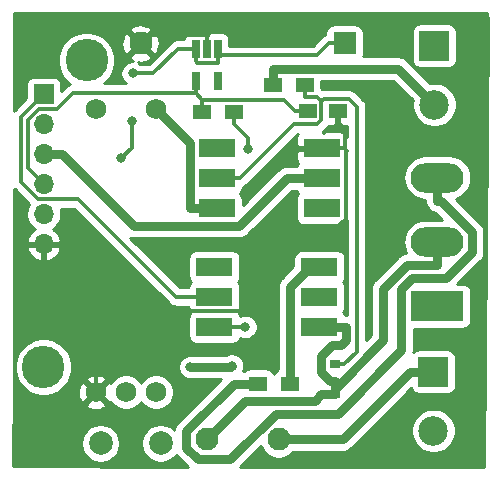
<source format=gbl>
G04 #@! TF.GenerationSoftware,KiCad,Pcbnew,5.1.7-a382d34a8~88~ubuntu18.04.1*
G04 #@! TF.CreationDate,2021-08-20T00:55:45+05:30*
G04 #@! TF.ProjectId,BackEnd_HeavyDevice_v4,4261636b-456e-4645-9f48-656176794465,rev?*
G04 #@! TF.SameCoordinates,Original*
G04 #@! TF.FileFunction,Copper,L2,Bot*
G04 #@! TF.FilePolarity,Positive*
%FSLAX46Y46*%
G04 Gerber Fmt 4.6, Leading zero omitted, Abs format (unit mm)*
G04 Created by KiCad (PCBNEW 5.1.7-a382d34a8~88~ubuntu18.04.1) date 2021-08-20 00:55:45*
%MOMM*%
%LPD*%
G01*
G04 APERTURE LIST*
G04 #@! TA.AperFunction,ComponentPad*
%ADD10C,3.600000*%
G04 #@! TD*
G04 #@! TA.AperFunction,ComponentPad*
%ADD11C,1.750000*%
G04 #@! TD*
G04 #@! TA.AperFunction,ComponentPad*
%ADD12R,4.500000X2.500000*%
G04 #@! TD*
G04 #@! TA.AperFunction,ComponentPad*
%ADD13O,4.500000X2.500000*%
G04 #@! TD*
G04 #@! TA.AperFunction,ComponentPad*
%ADD14C,2.000000*%
G04 #@! TD*
G04 #@! TA.AperFunction,ComponentPad*
%ADD15R,2.500000X2.500000*%
G04 #@! TD*
G04 #@! TA.AperFunction,ComponentPad*
%ADD16C,2.500000*%
G04 #@! TD*
G04 #@! TA.AperFunction,SMDPad,CuDef*
%ADD17R,0.900000X0.800000*%
G04 #@! TD*
G04 #@! TA.AperFunction,ComponentPad*
%ADD18C,1.950000*%
G04 #@! TD*
G04 #@! TA.AperFunction,ComponentPad*
%ADD19R,1.950000X1.950000*%
G04 #@! TD*
G04 #@! TA.AperFunction,SMDPad,CuDef*
%ADD20R,1.500000X1.250000*%
G04 #@! TD*
G04 #@! TA.AperFunction,SMDPad,CuDef*
%ADD21R,1.500000X1.300000*%
G04 #@! TD*
G04 #@! TA.AperFunction,SMDPad,CuDef*
%ADD22R,3.100000X1.600000*%
G04 #@! TD*
G04 #@! TA.AperFunction,SMDPad,CuDef*
%ADD23R,0.650000X1.560000*%
G04 #@! TD*
G04 #@! TA.AperFunction,ComponentPad*
%ADD24R,1.700000X1.700000*%
G04 #@! TD*
G04 #@! TA.AperFunction,ComponentPad*
%ADD25O,1.700000X1.700000*%
G04 #@! TD*
G04 #@! TA.AperFunction,ViaPad*
%ADD26C,0.800000*%
G04 #@! TD*
G04 #@! TA.AperFunction,Conductor*
%ADD27C,0.350000*%
G04 #@! TD*
G04 #@! TA.AperFunction,Conductor*
%ADD28C,0.800000*%
G04 #@! TD*
G04 #@! TA.AperFunction,Conductor*
%ADD29C,0.254000*%
G04 #@! TD*
G04 #@! TA.AperFunction,Conductor*
%ADD30C,0.100000*%
G04 #@! TD*
G04 APERTURE END LIST*
D10*
X117137000Y-101089000D03*
X113481760Y-127063520D03*
D11*
X117922000Y-129195000D03*
X123002000Y-129195000D03*
X120462000Y-129195000D03*
X117922000Y-105195000D03*
X123002000Y-105195000D03*
D12*
X146827000Y-121917000D03*
D13*
X146827000Y-116467000D03*
X146827000Y-111017000D03*
D14*
X118316000Y-133530000D03*
X123396000Y-133520000D03*
D15*
X146576000Y-99860100D03*
D16*
X146576000Y-104860100D03*
D15*
X146497000Y-127460000D03*
D16*
X146497000Y-132460000D03*
D17*
X138136000Y-129344000D03*
X138136000Y-126804000D03*
D18*
X133383000Y-133195000D03*
X121699000Y-99667000D03*
X127287000Y-133195000D03*
D19*
X138971000Y-99667000D03*
D20*
X135884000Y-105357000D03*
X138384000Y-105357000D03*
D21*
X135611000Y-103152000D03*
X132911000Y-103152000D03*
X126909000Y-105474000D03*
X129609000Y-105474000D03*
X131646000Y-128468000D03*
X134346000Y-128468000D03*
D22*
X128156000Y-113629000D03*
X137046000Y-108549000D03*
X128156000Y-111089000D03*
X137046000Y-111089000D03*
X128156000Y-108549000D03*
X137046000Y-113629000D03*
D23*
X126357000Y-102824000D03*
X128257000Y-102824000D03*
X128257000Y-100124000D03*
X127307000Y-100124000D03*
X126357000Y-100124000D03*
D22*
X136835000Y-123670000D03*
X127945000Y-118590000D03*
X136835000Y-121130000D03*
X127945000Y-121130000D03*
X136835000Y-118590000D03*
X127945000Y-123670000D03*
D24*
X113515000Y-103967000D03*
D25*
X113515000Y-106507000D03*
X113515000Y-109047000D03*
X113515000Y-111587000D03*
X113515000Y-114127000D03*
X113515000Y-116667000D03*
D26*
X121036080Y-102191820D03*
X120957340Y-106268520D03*
X120048020Y-109402880D03*
X125923040Y-127068580D03*
X129428240Y-126933960D03*
X130763400Y-108630000D03*
X130581200Y-123670000D03*
D27*
X138971000Y-99667000D02*
X137620700Y-99667000D01*
X128257000Y-100662800D02*
X136624900Y-100662800D01*
X136624900Y-100662800D02*
X137620700Y-99667000D01*
X128257000Y-100662800D02*
X128257000Y-101279300D01*
X128257000Y-100124000D02*
X128257000Y-100662800D01*
X126357000Y-101141700D02*
X126494600Y-101279300D01*
X126494600Y-101279300D02*
X128257000Y-101279300D01*
X126357000Y-100124000D02*
X126357000Y-101141700D01*
X121036080Y-102191820D02*
X122786140Y-102191820D01*
X124853960Y-100124000D02*
X126357000Y-100124000D01*
X122786140Y-102191820D02*
X124853960Y-100124000D01*
X120957340Y-108493560D02*
X120048020Y-109402880D01*
X120957340Y-106268520D02*
X120957340Y-108493560D01*
X117922000Y-122305400D02*
X117922000Y-129195000D01*
X113515000Y-117892300D02*
X117922000Y-122299300D01*
X117922000Y-122299300D02*
X117922000Y-122305400D01*
X138971300Y-108549000D02*
X139071400Y-108649100D01*
X139071400Y-108649100D02*
X139071400Y-114517400D01*
X139071400Y-114517400D02*
X137584000Y-116004800D01*
X137584000Y-116004800D02*
X136365100Y-116004800D01*
X136365100Y-116004800D02*
X130064500Y-122305400D01*
X130064500Y-122305400D02*
X117922000Y-122305400D01*
X138883700Y-108549000D02*
X138971300Y-108549000D01*
X137046000Y-108549000D02*
X138883700Y-108549000D01*
X138384000Y-105357000D02*
X138384000Y-106357300D01*
X138971300Y-108549000D02*
X138971300Y-106944600D01*
X138971300Y-106944600D02*
X138384000Y-106357300D01*
X113515000Y-116667000D02*
X113515000Y-117892300D01*
X127307000Y-100124000D02*
X127307000Y-98968700D01*
X121699000Y-99667000D02*
X122397300Y-98968700D01*
X122397300Y-98968700D02*
X127307000Y-98968700D01*
X135884000Y-105357000D02*
X134758700Y-105357000D01*
X126909000Y-104448700D02*
X133850400Y-104448700D01*
X133850400Y-104448700D02*
X134758700Y-105357000D01*
X126909000Y-104586300D02*
X126909000Y-104448700D01*
X126909000Y-105474000D02*
X126909000Y-104586300D01*
X126357000Y-103844700D02*
X126357000Y-103896700D01*
X126357000Y-103896700D02*
X126909000Y-104448700D01*
X126357000Y-103841700D02*
X126357000Y-103844700D01*
X126357000Y-103844700D02*
X115970800Y-103844700D01*
X115970800Y-103844700D02*
X114623100Y-105192400D01*
X114623100Y-105192400D02*
X113089000Y-105192400D01*
X113089000Y-105192400D02*
X112177100Y-106104300D01*
X112177100Y-106104300D02*
X112177100Y-110249100D01*
X112177100Y-110249100D02*
X113515000Y-111587000D01*
X126357000Y-102824000D02*
X126357000Y-103841700D01*
D28*
X129293620Y-127068580D02*
X129428240Y-126933960D01*
X125923040Y-127068580D02*
X129293620Y-127068580D01*
D27*
X138136000Y-126804000D02*
X138961300Y-126804000D01*
X137009400Y-104550400D02*
X137009400Y-106139100D01*
X137009400Y-106139100D02*
X136649100Y-106499400D01*
X136649100Y-106499400D02*
X134670900Y-106499400D01*
X134670900Y-106499400D02*
X130081300Y-111089000D01*
X135611000Y-104177300D02*
X136636300Y-104177300D01*
X136636300Y-104177300D02*
X137009400Y-104550400D01*
X138961300Y-126804000D02*
X140007500Y-125757800D01*
X140007500Y-125757800D02*
X140007500Y-105033100D01*
X140007500Y-105033100D02*
X139331000Y-104356600D01*
X139331000Y-104356600D02*
X137203200Y-104356600D01*
X137203200Y-104356600D02*
X137009400Y-104550400D01*
X128156000Y-111089000D02*
X130081300Y-111089000D01*
X135611000Y-103152000D02*
X135611000Y-104177300D01*
D28*
X132911000Y-103152000D02*
X132911000Y-101801700D01*
X132911000Y-101801700D02*
X143517600Y-101801700D01*
X143517600Y-101801700D02*
X146576000Y-104860100D01*
X146497000Y-127460000D02*
X144546700Y-127460000D01*
X133383000Y-133195000D02*
X138811700Y-133195000D01*
X138811700Y-133195000D02*
X144546700Y-127460000D01*
X113515000Y-109047000D02*
X115065300Y-109047000D01*
X115065300Y-109047000D02*
X121147700Y-115129400D01*
X121147700Y-115129400D02*
X130023400Y-115129400D01*
X130023400Y-115129400D02*
X134063800Y-111089000D01*
X134063800Y-111089000D02*
X137046000Y-111089000D01*
D27*
X113515000Y-103967000D02*
X111590000Y-105892000D01*
X111590000Y-105892000D02*
X111590000Y-111423400D01*
X111590000Y-111423400D02*
X113023600Y-112857000D01*
X113023600Y-112857000D02*
X116400600Y-112857000D01*
X116400600Y-112857000D02*
X124673600Y-121130000D01*
X124673600Y-121130000D02*
X127945000Y-121130000D01*
D28*
X146827000Y-111017000D02*
X146827000Y-112967300D01*
X146827000Y-112967300D02*
X147101300Y-112967300D01*
X147101300Y-112967300D02*
X149779100Y-115645100D01*
X149779100Y-115645100D02*
X149779100Y-117320200D01*
X149779100Y-117320200D02*
X147581700Y-119517600D01*
X147581700Y-119517600D02*
X144709600Y-119517600D01*
X144709600Y-119517600D02*
X143780300Y-120446900D01*
X143780300Y-120446900D02*
X143780300Y-125614600D01*
X143780300Y-125614600D02*
X138400200Y-130994700D01*
X138400200Y-130994700D02*
X133195600Y-130994700D01*
X133195600Y-130994700D02*
X129310500Y-134879800D01*
X129310500Y-134879800D02*
X126574400Y-134879800D01*
X126574400Y-134879800D02*
X125582800Y-133888200D01*
X125582800Y-133888200D02*
X125582800Y-132473000D01*
X125582800Y-132473000D02*
X129587800Y-128468000D01*
X129587800Y-128468000D02*
X131646000Y-128468000D01*
D27*
X127945000Y-123670000D02*
X130581200Y-123670000D01*
X129609000Y-105474000D02*
X129609000Y-106499300D01*
X130763400Y-108630000D02*
X130763400Y-107653700D01*
X130763400Y-107653700D02*
X129609000Y-106499300D01*
D28*
X136835000Y-118590000D02*
X136014500Y-118590000D01*
X136014500Y-118590000D02*
X134346000Y-120258500D01*
X134346000Y-120258500D02*
X134346000Y-128468000D01*
X128156000Y-113629000D02*
X125905700Y-113629000D01*
X125905700Y-113629000D02*
X125905700Y-108098700D01*
X125905700Y-108098700D02*
X123002000Y-105195000D01*
X146827000Y-118417300D02*
X144253800Y-118417300D01*
X144253800Y-118417300D02*
X142227100Y-120444000D01*
X142227100Y-120444000D02*
X142227100Y-124804500D01*
X142227100Y-124804500D02*
X138237800Y-128793800D01*
X138237800Y-128793800D02*
X138136000Y-128793800D01*
X146827000Y-116467000D02*
X146827000Y-118417300D01*
X138136000Y-128793800D02*
X138136000Y-128243700D01*
X138136000Y-129344000D02*
X138136000Y-128793800D01*
X138136000Y-129344000D02*
X136985700Y-129344000D01*
X127287000Y-133195000D02*
X130587700Y-129894300D01*
X130587700Y-129894300D02*
X136435400Y-129894300D01*
X136435400Y-129894300D02*
X136985700Y-129344000D01*
X136835000Y-123670000D02*
X139085300Y-123670000D01*
X139085300Y-123670000D02*
X139085300Y-124795300D01*
X139085300Y-124795300D02*
X138710300Y-125170300D01*
X138710300Y-125170300D02*
X137889800Y-125170300D01*
X137889800Y-125170300D02*
X136966800Y-126093300D01*
X136966800Y-126093300D02*
X136966800Y-127487100D01*
X136966800Y-127487100D02*
X137723400Y-128243700D01*
X137723400Y-128243700D02*
X138136000Y-128243700D01*
D29*
X151160325Y-97730003D02*
X150752903Y-135529129D01*
X130156227Y-135497783D01*
X131880129Y-133773882D01*
X131956237Y-133957621D01*
X132132431Y-134221315D01*
X132356685Y-134445569D01*
X132620379Y-134621763D01*
X132913380Y-134743129D01*
X133224429Y-134805000D01*
X133541571Y-134805000D01*
X133852620Y-134743129D01*
X134145621Y-134621763D01*
X134409315Y-134445569D01*
X134624884Y-134230000D01*
X138760872Y-134230000D01*
X138811700Y-134235006D01*
X138862528Y-134230000D01*
X138862538Y-134230000D01*
X139014595Y-134215024D01*
X139209693Y-134155841D01*
X139389497Y-134059734D01*
X139547096Y-133930396D01*
X139579507Y-133890903D01*
X141196066Y-132274344D01*
X144612000Y-132274344D01*
X144612000Y-132645656D01*
X144684439Y-133009834D01*
X144826534Y-133352882D01*
X145032825Y-133661618D01*
X145295382Y-133924175D01*
X145604118Y-134130466D01*
X145947166Y-134272561D01*
X146311344Y-134345000D01*
X146682656Y-134345000D01*
X147046834Y-134272561D01*
X147389882Y-134130466D01*
X147698618Y-133924175D01*
X147961175Y-133661618D01*
X148167466Y-133352882D01*
X148309561Y-133009834D01*
X148382000Y-132645656D01*
X148382000Y-132274344D01*
X148309561Y-131910166D01*
X148167466Y-131567118D01*
X147961175Y-131258382D01*
X147698618Y-130995825D01*
X147389882Y-130789534D01*
X147046834Y-130647439D01*
X146682656Y-130575000D01*
X146311344Y-130575000D01*
X145947166Y-130647439D01*
X145604118Y-130789534D01*
X145295382Y-130995825D01*
X145032825Y-131258382D01*
X144826534Y-131567118D01*
X144684439Y-131910166D01*
X144612000Y-132274344D01*
X141196066Y-132274344D01*
X144624619Y-128845792D01*
X144657498Y-128954180D01*
X144716463Y-129064494D01*
X144795815Y-129161185D01*
X144892506Y-129240537D01*
X145002820Y-129299502D01*
X145122518Y-129335812D01*
X145247000Y-129348072D01*
X147747000Y-129348072D01*
X147871482Y-129335812D01*
X147991180Y-129299502D01*
X148101494Y-129240537D01*
X148198185Y-129161185D01*
X148277537Y-129064494D01*
X148336502Y-128954180D01*
X148372812Y-128834482D01*
X148385072Y-128710000D01*
X148385072Y-126210000D01*
X148372812Y-126085518D01*
X148336502Y-125965820D01*
X148277537Y-125855506D01*
X148198185Y-125758815D01*
X148101494Y-125679463D01*
X147991180Y-125620498D01*
X147871482Y-125584188D01*
X147747000Y-125571928D01*
X145247000Y-125571928D01*
X145122518Y-125584188D01*
X145002820Y-125620498D01*
X144892506Y-125679463D01*
X144807008Y-125749629D01*
X144815300Y-125665438D01*
X144815300Y-125665429D01*
X144820306Y-125614601D01*
X144815300Y-125563773D01*
X144815300Y-123805072D01*
X149077000Y-123805072D01*
X149201482Y-123792812D01*
X149321180Y-123756502D01*
X149431494Y-123697537D01*
X149528185Y-123618185D01*
X149607537Y-123521494D01*
X149666502Y-123411180D01*
X149702812Y-123291482D01*
X149715072Y-123167000D01*
X149715072Y-120667000D01*
X149702812Y-120542518D01*
X149666502Y-120422820D01*
X149607537Y-120312506D01*
X149528185Y-120215815D01*
X149431494Y-120136463D01*
X149321180Y-120077498D01*
X149201482Y-120041188D01*
X149077000Y-120028928D01*
X148534082Y-120028928D01*
X150475008Y-118088003D01*
X150514496Y-118055596D01*
X150570123Y-117987814D01*
X150643834Y-117897998D01*
X150739940Y-117718194D01*
X150739941Y-117718193D01*
X150799124Y-117523095D01*
X150814100Y-117371038D01*
X150814100Y-117371036D01*
X150819107Y-117320200D01*
X150814100Y-117269365D01*
X150814100Y-115695927D01*
X150819106Y-115645099D01*
X150814100Y-115594271D01*
X150814100Y-115594262D01*
X150799124Y-115442205D01*
X150739941Y-115247107D01*
X150695204Y-115163409D01*
X150643834Y-115067302D01*
X150546903Y-114949192D01*
X150514496Y-114909704D01*
X150475008Y-114877297D01*
X148408219Y-112810508D01*
X148551848Y-112766939D01*
X148879317Y-112591903D01*
X149166345Y-112356345D01*
X149401903Y-112069317D01*
X149576939Y-111741848D01*
X149684725Y-111386524D01*
X149721120Y-111017000D01*
X149684725Y-110647476D01*
X149576939Y-110292152D01*
X149401903Y-109964683D01*
X149166345Y-109677655D01*
X148879317Y-109442097D01*
X148551848Y-109267061D01*
X148196524Y-109159275D01*
X147919597Y-109132000D01*
X145734403Y-109132000D01*
X145457476Y-109159275D01*
X145102152Y-109267061D01*
X144774683Y-109442097D01*
X144487655Y-109677655D01*
X144252097Y-109964683D01*
X144077061Y-110292152D01*
X143969275Y-110647476D01*
X143932880Y-111017000D01*
X143969275Y-111386524D01*
X144077061Y-111741848D01*
X144252097Y-112069317D01*
X144487655Y-112356345D01*
X144774683Y-112591903D01*
X145102152Y-112766939D01*
X145457476Y-112874725D01*
X145734403Y-112902000D01*
X145792001Y-112902000D01*
X145792001Y-112916452D01*
X145786993Y-112967300D01*
X145806976Y-113170195D01*
X145866159Y-113365293D01*
X145962266Y-113545097D01*
X146091604Y-113702696D01*
X146249203Y-113832034D01*
X146429007Y-113928141D01*
X146624105Y-113987324D01*
X146661275Y-113990985D01*
X147252290Y-114582000D01*
X145734403Y-114582000D01*
X145457476Y-114609275D01*
X145102152Y-114717061D01*
X144774683Y-114892097D01*
X144487655Y-115127655D01*
X144252097Y-115414683D01*
X144077061Y-115742152D01*
X143969275Y-116097476D01*
X143932880Y-116467000D01*
X143969275Y-116836524D01*
X144077061Y-117191848D01*
X144180065Y-117384555D01*
X144050905Y-117397276D01*
X143855807Y-117456459D01*
X143772109Y-117501196D01*
X143676002Y-117552566D01*
X143582674Y-117629159D01*
X143518404Y-117681904D01*
X143485997Y-117721392D01*
X141531197Y-119676193D01*
X141491704Y-119708604D01*
X141362366Y-119866203D01*
X141266259Y-120046008D01*
X141207076Y-120241106D01*
X141192100Y-120393163D01*
X141192100Y-120393172D01*
X141187094Y-120444000D01*
X141192100Y-120494828D01*
X141192101Y-124375788D01*
X140817500Y-124750389D01*
X140817500Y-105072887D01*
X140821419Y-105033099D01*
X140815754Y-104975580D01*
X140805780Y-104874312D01*
X140759463Y-104721627D01*
X140684249Y-104580911D01*
X140583028Y-104457572D01*
X140552118Y-104432205D01*
X139931899Y-103811987D01*
X139906528Y-103781072D01*
X139783189Y-103679851D01*
X139642473Y-103604637D01*
X139489788Y-103558320D01*
X139370791Y-103546600D01*
X139370788Y-103546600D01*
X139331000Y-103542681D01*
X139291212Y-103546600D01*
X137242991Y-103546600D01*
X137203200Y-103542681D01*
X137163409Y-103546600D01*
X137146616Y-103548254D01*
X137088489Y-103500551D01*
X136999072Y-103452757D01*
X136999072Y-102836700D01*
X143088890Y-102836700D01*
X144730094Y-104477904D01*
X144691000Y-104674444D01*
X144691000Y-105045756D01*
X144763439Y-105409934D01*
X144905534Y-105752982D01*
X145111825Y-106061718D01*
X145374382Y-106324275D01*
X145683118Y-106530566D01*
X146026166Y-106672661D01*
X146390344Y-106745100D01*
X146761656Y-106745100D01*
X147125834Y-106672661D01*
X147468882Y-106530566D01*
X147777618Y-106324275D01*
X148040175Y-106061718D01*
X148246466Y-105752982D01*
X148388561Y-105409934D01*
X148461000Y-105045756D01*
X148461000Y-104674444D01*
X148388561Y-104310266D01*
X148246466Y-103967218D01*
X148040175Y-103658482D01*
X147777618Y-103395925D01*
X147468882Y-103189634D01*
X147125834Y-103047539D01*
X146761656Y-102975100D01*
X146390344Y-102975100D01*
X146193804Y-103014194D01*
X144285407Y-101105797D01*
X144252996Y-101066304D01*
X144095397Y-100936966D01*
X143915593Y-100840859D01*
X143720495Y-100781676D01*
X143568438Y-100766700D01*
X143568428Y-100766700D01*
X143517600Y-100761694D01*
X143466772Y-100766700D01*
X140571746Y-100766700D01*
X140571812Y-100766482D01*
X140584072Y-100642000D01*
X140584072Y-98692000D01*
X140576006Y-98610100D01*
X144687928Y-98610100D01*
X144687928Y-101110100D01*
X144700188Y-101234582D01*
X144736498Y-101354280D01*
X144795463Y-101464594D01*
X144874815Y-101561285D01*
X144971506Y-101640637D01*
X145081820Y-101699602D01*
X145201518Y-101735912D01*
X145326000Y-101748172D01*
X147826000Y-101748172D01*
X147950482Y-101735912D01*
X148070180Y-101699602D01*
X148180494Y-101640637D01*
X148277185Y-101561285D01*
X148356537Y-101464594D01*
X148415502Y-101354280D01*
X148451812Y-101234582D01*
X148464072Y-101110100D01*
X148464072Y-98610100D01*
X148451812Y-98485618D01*
X148415502Y-98365920D01*
X148356537Y-98255606D01*
X148277185Y-98158915D01*
X148180494Y-98079563D01*
X148070180Y-98020598D01*
X147950482Y-97984288D01*
X147826000Y-97972028D01*
X145326000Y-97972028D01*
X145201518Y-97984288D01*
X145081820Y-98020598D01*
X144971506Y-98079563D01*
X144874815Y-98158915D01*
X144795463Y-98255606D01*
X144736498Y-98365920D01*
X144700188Y-98485618D01*
X144687928Y-98610100D01*
X140576006Y-98610100D01*
X140571812Y-98567518D01*
X140535502Y-98447820D01*
X140476537Y-98337506D01*
X140397185Y-98240815D01*
X140300494Y-98161463D01*
X140190180Y-98102498D01*
X140070482Y-98066188D01*
X139946000Y-98053928D01*
X137996000Y-98053928D01*
X137871518Y-98066188D01*
X137751820Y-98102498D01*
X137641506Y-98161463D01*
X137544815Y-98240815D01*
X137465463Y-98337506D01*
X137406498Y-98447820D01*
X137370188Y-98567518D01*
X137357928Y-98692000D01*
X137357928Y-98900264D01*
X137309227Y-98915037D01*
X137243724Y-98950049D01*
X137168510Y-98990251D01*
X137104496Y-99042786D01*
X137045172Y-99091472D01*
X137019805Y-99122382D01*
X136289388Y-99852800D01*
X129220072Y-99852800D01*
X129220072Y-99344000D01*
X129207812Y-99219518D01*
X129171502Y-99099820D01*
X129112537Y-98989506D01*
X129033185Y-98892815D01*
X128936494Y-98813463D01*
X128826180Y-98754498D01*
X128706482Y-98718188D01*
X128582000Y-98705928D01*
X127932000Y-98705928D01*
X127807518Y-98718188D01*
X127782000Y-98725929D01*
X127756482Y-98718188D01*
X127632000Y-98705928D01*
X127592750Y-98709000D01*
X127434000Y-98867750D01*
X127434000Y-98949859D01*
X127401463Y-98989506D01*
X127342498Y-99099820D01*
X127307000Y-99216841D01*
X127271502Y-99099820D01*
X127212537Y-98989506D01*
X127180000Y-98949859D01*
X127180000Y-98867750D01*
X127021250Y-98709000D01*
X126982000Y-98705928D01*
X126857518Y-98718188D01*
X126832000Y-98725929D01*
X126806482Y-98718188D01*
X126682000Y-98705928D01*
X126032000Y-98705928D01*
X125907518Y-98718188D01*
X125787820Y-98754498D01*
X125677506Y-98813463D01*
X125580815Y-98892815D01*
X125501463Y-98989506D01*
X125442498Y-99099820D01*
X125406188Y-99219518D01*
X125396883Y-99314000D01*
X124893747Y-99314000D01*
X124853959Y-99310081D01*
X124814171Y-99314000D01*
X124814169Y-99314000D01*
X124695172Y-99325720D01*
X124542487Y-99372037D01*
X124476984Y-99407049D01*
X124401770Y-99447251D01*
X124352855Y-99487395D01*
X124278432Y-99548472D01*
X124253065Y-99579382D01*
X122450628Y-101381820D01*
X121686780Y-101381820D01*
X121526336Y-101274615D01*
X121512271Y-101268789D01*
X121762584Y-101283540D01*
X122076733Y-101240074D01*
X122376367Y-101136156D01*
X122544234Y-101046429D01*
X122636979Y-100784584D01*
X121699000Y-99846605D01*
X120761021Y-100784584D01*
X120853766Y-101046429D01*
X121081386Y-101156820D01*
X120934141Y-101156820D01*
X120734182Y-101196594D01*
X120545824Y-101274615D01*
X120376306Y-101387883D01*
X120232143Y-101532046D01*
X120118875Y-101701564D01*
X120040854Y-101889922D01*
X120001080Y-102089881D01*
X120001080Y-102293759D01*
X120040854Y-102493718D01*
X120118875Y-102682076D01*
X120232143Y-102851594D01*
X120376306Y-102995757D01*
X120434588Y-103034700D01*
X118607938Y-103034700D01*
X118689222Y-102980388D01*
X119028388Y-102641222D01*
X119294869Y-102242405D01*
X119478424Y-101799263D01*
X119572000Y-101328827D01*
X119572000Y-100849173D01*
X119478424Y-100378737D01*
X119294869Y-99935595D01*
X119157886Y-99730584D01*
X120082460Y-99730584D01*
X120125926Y-100044733D01*
X120229844Y-100344367D01*
X120319571Y-100512234D01*
X120581416Y-100604979D01*
X121519395Y-99667000D01*
X121878605Y-99667000D01*
X122816584Y-100604979D01*
X123078429Y-100512234D01*
X123216820Y-100226880D01*
X123296883Y-99920010D01*
X123315540Y-99603416D01*
X123272074Y-99289267D01*
X123168156Y-98989633D01*
X123078429Y-98821766D01*
X122816584Y-98729021D01*
X121878605Y-99667000D01*
X121519395Y-99667000D01*
X120581416Y-98729021D01*
X120319571Y-98821766D01*
X120181180Y-99107120D01*
X120101117Y-99413990D01*
X120082460Y-99730584D01*
X119157886Y-99730584D01*
X119028388Y-99536778D01*
X118689222Y-99197612D01*
X118290405Y-98931131D01*
X117847263Y-98747576D01*
X117376827Y-98654000D01*
X116897173Y-98654000D01*
X116426737Y-98747576D01*
X115983595Y-98931131D01*
X115584778Y-99197612D01*
X115245612Y-99536778D01*
X114979131Y-99935595D01*
X114795576Y-100378737D01*
X114702000Y-100849173D01*
X114702000Y-101328827D01*
X114795576Y-101799263D01*
X114979131Y-102242405D01*
X115245612Y-102641222D01*
X115584778Y-102980388D01*
X115723697Y-103073210D01*
X115694863Y-103081957D01*
X115659326Y-103092737D01*
X115546431Y-103153081D01*
X115518611Y-103167951D01*
X115395272Y-103269172D01*
X115369905Y-103300082D01*
X115003072Y-103666915D01*
X115003072Y-103117000D01*
X114990812Y-102992518D01*
X114954502Y-102872820D01*
X114895537Y-102762506D01*
X114816185Y-102665815D01*
X114719494Y-102586463D01*
X114609180Y-102527498D01*
X114489482Y-102491188D01*
X114365000Y-102478928D01*
X112665000Y-102478928D01*
X112540518Y-102491188D01*
X112420820Y-102527498D01*
X112310506Y-102586463D01*
X112213815Y-102665815D01*
X112134463Y-102762506D01*
X112075498Y-102872820D01*
X112039188Y-102992518D01*
X112026928Y-103117000D01*
X112026928Y-104309559D01*
X111045387Y-105291101D01*
X111014472Y-105316472D01*
X110979885Y-105358617D01*
X110988391Y-98549416D01*
X120761021Y-98549416D01*
X121699000Y-99487395D01*
X122636979Y-98549416D01*
X122544234Y-98287571D01*
X122258880Y-98149180D01*
X121952010Y-98069117D01*
X121635416Y-98050460D01*
X121321267Y-98093926D01*
X121021633Y-98197844D01*
X120853766Y-98287571D01*
X120761021Y-98549416D01*
X110988391Y-98549416D01*
X110990222Y-97083824D01*
X151008462Y-97066145D01*
X151160325Y-97730003D01*
G04 #@! TA.AperFunction,Conductor*
D30*
G36*
X151160325Y-97730003D02*
G01*
X150752903Y-135529129D01*
X130156227Y-135497783D01*
X131880129Y-133773882D01*
X131956237Y-133957621D01*
X132132431Y-134221315D01*
X132356685Y-134445569D01*
X132620379Y-134621763D01*
X132913380Y-134743129D01*
X133224429Y-134805000D01*
X133541571Y-134805000D01*
X133852620Y-134743129D01*
X134145621Y-134621763D01*
X134409315Y-134445569D01*
X134624884Y-134230000D01*
X138760872Y-134230000D01*
X138811700Y-134235006D01*
X138862528Y-134230000D01*
X138862538Y-134230000D01*
X139014595Y-134215024D01*
X139209693Y-134155841D01*
X139389497Y-134059734D01*
X139547096Y-133930396D01*
X139579507Y-133890903D01*
X141196066Y-132274344D01*
X144612000Y-132274344D01*
X144612000Y-132645656D01*
X144684439Y-133009834D01*
X144826534Y-133352882D01*
X145032825Y-133661618D01*
X145295382Y-133924175D01*
X145604118Y-134130466D01*
X145947166Y-134272561D01*
X146311344Y-134345000D01*
X146682656Y-134345000D01*
X147046834Y-134272561D01*
X147389882Y-134130466D01*
X147698618Y-133924175D01*
X147961175Y-133661618D01*
X148167466Y-133352882D01*
X148309561Y-133009834D01*
X148382000Y-132645656D01*
X148382000Y-132274344D01*
X148309561Y-131910166D01*
X148167466Y-131567118D01*
X147961175Y-131258382D01*
X147698618Y-130995825D01*
X147389882Y-130789534D01*
X147046834Y-130647439D01*
X146682656Y-130575000D01*
X146311344Y-130575000D01*
X145947166Y-130647439D01*
X145604118Y-130789534D01*
X145295382Y-130995825D01*
X145032825Y-131258382D01*
X144826534Y-131567118D01*
X144684439Y-131910166D01*
X144612000Y-132274344D01*
X141196066Y-132274344D01*
X144624619Y-128845792D01*
X144657498Y-128954180D01*
X144716463Y-129064494D01*
X144795815Y-129161185D01*
X144892506Y-129240537D01*
X145002820Y-129299502D01*
X145122518Y-129335812D01*
X145247000Y-129348072D01*
X147747000Y-129348072D01*
X147871482Y-129335812D01*
X147991180Y-129299502D01*
X148101494Y-129240537D01*
X148198185Y-129161185D01*
X148277537Y-129064494D01*
X148336502Y-128954180D01*
X148372812Y-128834482D01*
X148385072Y-128710000D01*
X148385072Y-126210000D01*
X148372812Y-126085518D01*
X148336502Y-125965820D01*
X148277537Y-125855506D01*
X148198185Y-125758815D01*
X148101494Y-125679463D01*
X147991180Y-125620498D01*
X147871482Y-125584188D01*
X147747000Y-125571928D01*
X145247000Y-125571928D01*
X145122518Y-125584188D01*
X145002820Y-125620498D01*
X144892506Y-125679463D01*
X144807008Y-125749629D01*
X144815300Y-125665438D01*
X144815300Y-125665429D01*
X144820306Y-125614601D01*
X144815300Y-125563773D01*
X144815300Y-123805072D01*
X149077000Y-123805072D01*
X149201482Y-123792812D01*
X149321180Y-123756502D01*
X149431494Y-123697537D01*
X149528185Y-123618185D01*
X149607537Y-123521494D01*
X149666502Y-123411180D01*
X149702812Y-123291482D01*
X149715072Y-123167000D01*
X149715072Y-120667000D01*
X149702812Y-120542518D01*
X149666502Y-120422820D01*
X149607537Y-120312506D01*
X149528185Y-120215815D01*
X149431494Y-120136463D01*
X149321180Y-120077498D01*
X149201482Y-120041188D01*
X149077000Y-120028928D01*
X148534082Y-120028928D01*
X150475008Y-118088003D01*
X150514496Y-118055596D01*
X150570123Y-117987814D01*
X150643834Y-117897998D01*
X150739940Y-117718194D01*
X150739941Y-117718193D01*
X150799124Y-117523095D01*
X150814100Y-117371038D01*
X150814100Y-117371036D01*
X150819107Y-117320200D01*
X150814100Y-117269365D01*
X150814100Y-115695927D01*
X150819106Y-115645099D01*
X150814100Y-115594271D01*
X150814100Y-115594262D01*
X150799124Y-115442205D01*
X150739941Y-115247107D01*
X150695204Y-115163409D01*
X150643834Y-115067302D01*
X150546903Y-114949192D01*
X150514496Y-114909704D01*
X150475008Y-114877297D01*
X148408219Y-112810508D01*
X148551848Y-112766939D01*
X148879317Y-112591903D01*
X149166345Y-112356345D01*
X149401903Y-112069317D01*
X149576939Y-111741848D01*
X149684725Y-111386524D01*
X149721120Y-111017000D01*
X149684725Y-110647476D01*
X149576939Y-110292152D01*
X149401903Y-109964683D01*
X149166345Y-109677655D01*
X148879317Y-109442097D01*
X148551848Y-109267061D01*
X148196524Y-109159275D01*
X147919597Y-109132000D01*
X145734403Y-109132000D01*
X145457476Y-109159275D01*
X145102152Y-109267061D01*
X144774683Y-109442097D01*
X144487655Y-109677655D01*
X144252097Y-109964683D01*
X144077061Y-110292152D01*
X143969275Y-110647476D01*
X143932880Y-111017000D01*
X143969275Y-111386524D01*
X144077061Y-111741848D01*
X144252097Y-112069317D01*
X144487655Y-112356345D01*
X144774683Y-112591903D01*
X145102152Y-112766939D01*
X145457476Y-112874725D01*
X145734403Y-112902000D01*
X145792001Y-112902000D01*
X145792001Y-112916452D01*
X145786993Y-112967300D01*
X145806976Y-113170195D01*
X145866159Y-113365293D01*
X145962266Y-113545097D01*
X146091604Y-113702696D01*
X146249203Y-113832034D01*
X146429007Y-113928141D01*
X146624105Y-113987324D01*
X146661275Y-113990985D01*
X147252290Y-114582000D01*
X145734403Y-114582000D01*
X145457476Y-114609275D01*
X145102152Y-114717061D01*
X144774683Y-114892097D01*
X144487655Y-115127655D01*
X144252097Y-115414683D01*
X144077061Y-115742152D01*
X143969275Y-116097476D01*
X143932880Y-116467000D01*
X143969275Y-116836524D01*
X144077061Y-117191848D01*
X144180065Y-117384555D01*
X144050905Y-117397276D01*
X143855807Y-117456459D01*
X143772109Y-117501196D01*
X143676002Y-117552566D01*
X143582674Y-117629159D01*
X143518404Y-117681904D01*
X143485997Y-117721392D01*
X141531197Y-119676193D01*
X141491704Y-119708604D01*
X141362366Y-119866203D01*
X141266259Y-120046008D01*
X141207076Y-120241106D01*
X141192100Y-120393163D01*
X141192100Y-120393172D01*
X141187094Y-120444000D01*
X141192100Y-120494828D01*
X141192101Y-124375788D01*
X140817500Y-124750389D01*
X140817500Y-105072887D01*
X140821419Y-105033099D01*
X140815754Y-104975580D01*
X140805780Y-104874312D01*
X140759463Y-104721627D01*
X140684249Y-104580911D01*
X140583028Y-104457572D01*
X140552118Y-104432205D01*
X139931899Y-103811987D01*
X139906528Y-103781072D01*
X139783189Y-103679851D01*
X139642473Y-103604637D01*
X139489788Y-103558320D01*
X139370791Y-103546600D01*
X139370788Y-103546600D01*
X139331000Y-103542681D01*
X139291212Y-103546600D01*
X137242991Y-103546600D01*
X137203200Y-103542681D01*
X137163409Y-103546600D01*
X137146616Y-103548254D01*
X137088489Y-103500551D01*
X136999072Y-103452757D01*
X136999072Y-102836700D01*
X143088890Y-102836700D01*
X144730094Y-104477904D01*
X144691000Y-104674444D01*
X144691000Y-105045756D01*
X144763439Y-105409934D01*
X144905534Y-105752982D01*
X145111825Y-106061718D01*
X145374382Y-106324275D01*
X145683118Y-106530566D01*
X146026166Y-106672661D01*
X146390344Y-106745100D01*
X146761656Y-106745100D01*
X147125834Y-106672661D01*
X147468882Y-106530566D01*
X147777618Y-106324275D01*
X148040175Y-106061718D01*
X148246466Y-105752982D01*
X148388561Y-105409934D01*
X148461000Y-105045756D01*
X148461000Y-104674444D01*
X148388561Y-104310266D01*
X148246466Y-103967218D01*
X148040175Y-103658482D01*
X147777618Y-103395925D01*
X147468882Y-103189634D01*
X147125834Y-103047539D01*
X146761656Y-102975100D01*
X146390344Y-102975100D01*
X146193804Y-103014194D01*
X144285407Y-101105797D01*
X144252996Y-101066304D01*
X144095397Y-100936966D01*
X143915593Y-100840859D01*
X143720495Y-100781676D01*
X143568438Y-100766700D01*
X143568428Y-100766700D01*
X143517600Y-100761694D01*
X143466772Y-100766700D01*
X140571746Y-100766700D01*
X140571812Y-100766482D01*
X140584072Y-100642000D01*
X140584072Y-98692000D01*
X140576006Y-98610100D01*
X144687928Y-98610100D01*
X144687928Y-101110100D01*
X144700188Y-101234582D01*
X144736498Y-101354280D01*
X144795463Y-101464594D01*
X144874815Y-101561285D01*
X144971506Y-101640637D01*
X145081820Y-101699602D01*
X145201518Y-101735912D01*
X145326000Y-101748172D01*
X147826000Y-101748172D01*
X147950482Y-101735912D01*
X148070180Y-101699602D01*
X148180494Y-101640637D01*
X148277185Y-101561285D01*
X148356537Y-101464594D01*
X148415502Y-101354280D01*
X148451812Y-101234582D01*
X148464072Y-101110100D01*
X148464072Y-98610100D01*
X148451812Y-98485618D01*
X148415502Y-98365920D01*
X148356537Y-98255606D01*
X148277185Y-98158915D01*
X148180494Y-98079563D01*
X148070180Y-98020598D01*
X147950482Y-97984288D01*
X147826000Y-97972028D01*
X145326000Y-97972028D01*
X145201518Y-97984288D01*
X145081820Y-98020598D01*
X144971506Y-98079563D01*
X144874815Y-98158915D01*
X144795463Y-98255606D01*
X144736498Y-98365920D01*
X144700188Y-98485618D01*
X144687928Y-98610100D01*
X140576006Y-98610100D01*
X140571812Y-98567518D01*
X140535502Y-98447820D01*
X140476537Y-98337506D01*
X140397185Y-98240815D01*
X140300494Y-98161463D01*
X140190180Y-98102498D01*
X140070482Y-98066188D01*
X139946000Y-98053928D01*
X137996000Y-98053928D01*
X137871518Y-98066188D01*
X137751820Y-98102498D01*
X137641506Y-98161463D01*
X137544815Y-98240815D01*
X137465463Y-98337506D01*
X137406498Y-98447820D01*
X137370188Y-98567518D01*
X137357928Y-98692000D01*
X137357928Y-98900264D01*
X137309227Y-98915037D01*
X137243724Y-98950049D01*
X137168510Y-98990251D01*
X137104496Y-99042786D01*
X137045172Y-99091472D01*
X137019805Y-99122382D01*
X136289388Y-99852800D01*
X129220072Y-99852800D01*
X129220072Y-99344000D01*
X129207812Y-99219518D01*
X129171502Y-99099820D01*
X129112537Y-98989506D01*
X129033185Y-98892815D01*
X128936494Y-98813463D01*
X128826180Y-98754498D01*
X128706482Y-98718188D01*
X128582000Y-98705928D01*
X127932000Y-98705928D01*
X127807518Y-98718188D01*
X127782000Y-98725929D01*
X127756482Y-98718188D01*
X127632000Y-98705928D01*
X127592750Y-98709000D01*
X127434000Y-98867750D01*
X127434000Y-98949859D01*
X127401463Y-98989506D01*
X127342498Y-99099820D01*
X127307000Y-99216841D01*
X127271502Y-99099820D01*
X127212537Y-98989506D01*
X127180000Y-98949859D01*
X127180000Y-98867750D01*
X127021250Y-98709000D01*
X126982000Y-98705928D01*
X126857518Y-98718188D01*
X126832000Y-98725929D01*
X126806482Y-98718188D01*
X126682000Y-98705928D01*
X126032000Y-98705928D01*
X125907518Y-98718188D01*
X125787820Y-98754498D01*
X125677506Y-98813463D01*
X125580815Y-98892815D01*
X125501463Y-98989506D01*
X125442498Y-99099820D01*
X125406188Y-99219518D01*
X125396883Y-99314000D01*
X124893747Y-99314000D01*
X124853959Y-99310081D01*
X124814171Y-99314000D01*
X124814169Y-99314000D01*
X124695172Y-99325720D01*
X124542487Y-99372037D01*
X124476984Y-99407049D01*
X124401770Y-99447251D01*
X124352855Y-99487395D01*
X124278432Y-99548472D01*
X124253065Y-99579382D01*
X122450628Y-101381820D01*
X121686780Y-101381820D01*
X121526336Y-101274615D01*
X121512271Y-101268789D01*
X121762584Y-101283540D01*
X122076733Y-101240074D01*
X122376367Y-101136156D01*
X122544234Y-101046429D01*
X122636979Y-100784584D01*
X121699000Y-99846605D01*
X120761021Y-100784584D01*
X120853766Y-101046429D01*
X121081386Y-101156820D01*
X120934141Y-101156820D01*
X120734182Y-101196594D01*
X120545824Y-101274615D01*
X120376306Y-101387883D01*
X120232143Y-101532046D01*
X120118875Y-101701564D01*
X120040854Y-101889922D01*
X120001080Y-102089881D01*
X120001080Y-102293759D01*
X120040854Y-102493718D01*
X120118875Y-102682076D01*
X120232143Y-102851594D01*
X120376306Y-102995757D01*
X120434588Y-103034700D01*
X118607938Y-103034700D01*
X118689222Y-102980388D01*
X119028388Y-102641222D01*
X119294869Y-102242405D01*
X119478424Y-101799263D01*
X119572000Y-101328827D01*
X119572000Y-100849173D01*
X119478424Y-100378737D01*
X119294869Y-99935595D01*
X119157886Y-99730584D01*
X120082460Y-99730584D01*
X120125926Y-100044733D01*
X120229844Y-100344367D01*
X120319571Y-100512234D01*
X120581416Y-100604979D01*
X121519395Y-99667000D01*
X121878605Y-99667000D01*
X122816584Y-100604979D01*
X123078429Y-100512234D01*
X123216820Y-100226880D01*
X123296883Y-99920010D01*
X123315540Y-99603416D01*
X123272074Y-99289267D01*
X123168156Y-98989633D01*
X123078429Y-98821766D01*
X122816584Y-98729021D01*
X121878605Y-99667000D01*
X121519395Y-99667000D01*
X120581416Y-98729021D01*
X120319571Y-98821766D01*
X120181180Y-99107120D01*
X120101117Y-99413990D01*
X120082460Y-99730584D01*
X119157886Y-99730584D01*
X119028388Y-99536778D01*
X118689222Y-99197612D01*
X118290405Y-98931131D01*
X117847263Y-98747576D01*
X117376827Y-98654000D01*
X116897173Y-98654000D01*
X116426737Y-98747576D01*
X115983595Y-98931131D01*
X115584778Y-99197612D01*
X115245612Y-99536778D01*
X114979131Y-99935595D01*
X114795576Y-100378737D01*
X114702000Y-100849173D01*
X114702000Y-101328827D01*
X114795576Y-101799263D01*
X114979131Y-102242405D01*
X115245612Y-102641222D01*
X115584778Y-102980388D01*
X115723697Y-103073210D01*
X115694863Y-103081957D01*
X115659326Y-103092737D01*
X115546431Y-103153081D01*
X115518611Y-103167951D01*
X115395272Y-103269172D01*
X115369905Y-103300082D01*
X115003072Y-103666915D01*
X115003072Y-103117000D01*
X114990812Y-102992518D01*
X114954502Y-102872820D01*
X114895537Y-102762506D01*
X114816185Y-102665815D01*
X114719494Y-102586463D01*
X114609180Y-102527498D01*
X114489482Y-102491188D01*
X114365000Y-102478928D01*
X112665000Y-102478928D01*
X112540518Y-102491188D01*
X112420820Y-102527498D01*
X112310506Y-102586463D01*
X112213815Y-102665815D01*
X112134463Y-102762506D01*
X112075498Y-102872820D01*
X112039188Y-102992518D01*
X112026928Y-103117000D01*
X112026928Y-104309559D01*
X111045387Y-105291101D01*
X111014472Y-105316472D01*
X110979885Y-105358617D01*
X110988391Y-98549416D01*
X120761021Y-98549416D01*
X121699000Y-99487395D01*
X122636979Y-98549416D01*
X122544234Y-98287571D01*
X122258880Y-98149180D01*
X121952010Y-98069117D01*
X121635416Y-98050460D01*
X121321267Y-98093926D01*
X121021633Y-98197844D01*
X120853766Y-98287571D01*
X120761021Y-98549416D01*
X110988391Y-98549416D01*
X110990222Y-97083824D01*
X151008462Y-97066145D01*
X151160325Y-97730003D01*
G37*
G04 #@! TD.AperFunction*
D29*
X111014473Y-111998928D02*
X111045383Y-112024295D01*
X112297410Y-113276323D01*
X112199010Y-113423589D01*
X112087068Y-113693842D01*
X112030000Y-113980740D01*
X112030000Y-114273260D01*
X112087068Y-114560158D01*
X112199010Y-114830411D01*
X112361525Y-115073632D01*
X112568368Y-115280475D01*
X112750534Y-115402195D01*
X112633645Y-115471822D01*
X112417412Y-115666731D01*
X112243359Y-115900080D01*
X112118175Y-116162901D01*
X112073524Y-116310110D01*
X112194845Y-116540000D01*
X113388000Y-116540000D01*
X113388000Y-116520000D01*
X113642000Y-116520000D01*
X113642000Y-116540000D01*
X114835155Y-116540000D01*
X114956476Y-116310110D01*
X114911825Y-116162901D01*
X114786641Y-115900080D01*
X114612588Y-115666731D01*
X114396355Y-115471822D01*
X114279466Y-115402195D01*
X114461632Y-115280475D01*
X114668475Y-115073632D01*
X114830990Y-114830411D01*
X114942932Y-114560158D01*
X115000000Y-114273260D01*
X115000000Y-113980740D01*
X114942932Y-113693842D01*
X114931814Y-113667000D01*
X116065088Y-113667000D01*
X124072705Y-121674618D01*
X124098072Y-121705528D01*
X124221411Y-121806749D01*
X124362127Y-121881963D01*
X124514812Y-121928280D01*
X124633809Y-121940000D01*
X124633812Y-121940000D01*
X124673600Y-121943919D01*
X124713388Y-121940000D01*
X125757913Y-121940000D01*
X125769188Y-122054482D01*
X125805498Y-122174180D01*
X125864463Y-122284494D01*
X125943815Y-122381185D01*
X125966741Y-122400000D01*
X125943815Y-122418815D01*
X125864463Y-122515506D01*
X125805498Y-122625820D01*
X125769188Y-122745518D01*
X125756928Y-122870000D01*
X125756928Y-124470000D01*
X125769188Y-124594482D01*
X125805498Y-124714180D01*
X125864463Y-124824494D01*
X125943815Y-124921185D01*
X126040506Y-125000537D01*
X126150820Y-125059502D01*
X126270518Y-125095812D01*
X126395000Y-125108072D01*
X129495000Y-125108072D01*
X129619482Y-125095812D01*
X129739180Y-125059502D01*
X129849494Y-125000537D01*
X129946185Y-124921185D01*
X130025537Y-124824494D01*
X130084502Y-124714180D01*
X130119439Y-124599008D01*
X130279302Y-124665226D01*
X130479261Y-124705000D01*
X130683139Y-124705000D01*
X130883098Y-124665226D01*
X131071456Y-124587205D01*
X131240974Y-124473937D01*
X131385137Y-124329774D01*
X131498405Y-124160256D01*
X131576426Y-123971898D01*
X131616200Y-123771939D01*
X131616200Y-123568061D01*
X131576426Y-123368102D01*
X131498405Y-123179744D01*
X131385137Y-123010226D01*
X131240974Y-122866063D01*
X131071456Y-122752795D01*
X130883098Y-122674774D01*
X130683139Y-122635000D01*
X130479261Y-122635000D01*
X130279302Y-122674774D01*
X130119439Y-122740992D01*
X130084502Y-122625820D01*
X130025537Y-122515506D01*
X129946185Y-122418815D01*
X129923259Y-122400000D01*
X129946185Y-122381185D01*
X130025537Y-122284494D01*
X130084502Y-122174180D01*
X130120812Y-122054482D01*
X130133072Y-121930000D01*
X130133072Y-120330000D01*
X130120812Y-120205518D01*
X130084502Y-120085820D01*
X130025537Y-119975506D01*
X129946185Y-119878815D01*
X129923259Y-119860000D01*
X129946185Y-119841185D01*
X130025537Y-119744494D01*
X130084502Y-119634180D01*
X130120812Y-119514482D01*
X130133072Y-119390000D01*
X130133072Y-117790000D01*
X130120812Y-117665518D01*
X130084502Y-117545820D01*
X130025537Y-117435506D01*
X129946185Y-117338815D01*
X129849494Y-117259463D01*
X129739180Y-117200498D01*
X129619482Y-117164188D01*
X129495000Y-117151928D01*
X126395000Y-117151928D01*
X126270518Y-117164188D01*
X126150820Y-117200498D01*
X126040506Y-117259463D01*
X125943815Y-117338815D01*
X125864463Y-117435506D01*
X125805498Y-117545820D01*
X125769188Y-117665518D01*
X125756928Y-117790000D01*
X125756928Y-119390000D01*
X125769188Y-119514482D01*
X125805498Y-119634180D01*
X125864463Y-119744494D01*
X125943815Y-119841185D01*
X125966741Y-119860000D01*
X125943815Y-119878815D01*
X125864463Y-119975506D01*
X125805498Y-120085820D01*
X125769188Y-120205518D01*
X125757913Y-120320000D01*
X125009113Y-120320000D01*
X120792263Y-116103150D01*
X120944805Y-116149424D01*
X121096862Y-116164400D01*
X121096865Y-116164400D01*
X121147700Y-116169407D01*
X121198535Y-116164400D01*
X129972572Y-116164400D01*
X130023400Y-116169406D01*
X130074228Y-116164400D01*
X130074238Y-116164400D01*
X130226295Y-116149424D01*
X130421393Y-116090241D01*
X130601197Y-115994134D01*
X130758796Y-115864796D01*
X130791207Y-115825303D01*
X134492511Y-112124000D01*
X134903713Y-112124000D01*
X134906498Y-112133180D01*
X134965463Y-112243494D01*
X135044815Y-112340185D01*
X135067741Y-112359000D01*
X135044815Y-112377815D01*
X134965463Y-112474506D01*
X134906498Y-112584820D01*
X134870188Y-112704518D01*
X134857928Y-112829000D01*
X134857928Y-114429000D01*
X134870188Y-114553482D01*
X134906498Y-114673180D01*
X134965463Y-114783494D01*
X135044815Y-114880185D01*
X135141506Y-114959537D01*
X135251820Y-115018502D01*
X135371518Y-115054812D01*
X135496000Y-115067072D01*
X138596000Y-115067072D01*
X138720482Y-115054812D01*
X138840180Y-115018502D01*
X138950494Y-114959537D01*
X139047185Y-114880185D01*
X139126537Y-114783494D01*
X139185502Y-114673180D01*
X139197501Y-114633626D01*
X139197500Y-122641044D01*
X139136138Y-122635000D01*
X139085300Y-122629993D01*
X139034462Y-122635000D01*
X138977287Y-122635000D01*
X138974502Y-122625820D01*
X138915537Y-122515506D01*
X138836185Y-122418815D01*
X138813259Y-122400000D01*
X138836185Y-122381185D01*
X138915537Y-122284494D01*
X138974502Y-122174180D01*
X139010812Y-122054482D01*
X139023072Y-121930000D01*
X139023072Y-120330000D01*
X139010812Y-120205518D01*
X138974502Y-120085820D01*
X138915537Y-119975506D01*
X138836185Y-119878815D01*
X138813259Y-119860000D01*
X138836185Y-119841185D01*
X138915537Y-119744494D01*
X138974502Y-119634180D01*
X139010812Y-119514482D01*
X139023072Y-119390000D01*
X139023072Y-117790000D01*
X139010812Y-117665518D01*
X138974502Y-117545820D01*
X138915537Y-117435506D01*
X138836185Y-117338815D01*
X138739494Y-117259463D01*
X138629180Y-117200498D01*
X138509482Y-117164188D01*
X138385000Y-117151928D01*
X135285000Y-117151928D01*
X135160518Y-117164188D01*
X135040820Y-117200498D01*
X134930506Y-117259463D01*
X134833815Y-117338815D01*
X134754463Y-117435506D01*
X134695498Y-117545820D01*
X134659188Y-117665518D01*
X134646928Y-117790000D01*
X134646928Y-118493861D01*
X133650097Y-119490693D01*
X133610604Y-119523104D01*
X133481266Y-119680703D01*
X133385159Y-119860508D01*
X133325976Y-120055606D01*
X133311000Y-120207663D01*
X133311000Y-120207672D01*
X133305994Y-120258500D01*
X133311000Y-120309328D01*
X133311001Y-127250317D01*
X133241506Y-127287463D01*
X133144815Y-127366815D01*
X133065463Y-127463506D01*
X133006498Y-127573820D01*
X132996000Y-127608427D01*
X132985502Y-127573820D01*
X132926537Y-127463506D01*
X132847185Y-127366815D01*
X132750494Y-127287463D01*
X132640180Y-127228498D01*
X132520482Y-127192188D01*
X132396000Y-127179928D01*
X130896000Y-127179928D01*
X130771518Y-127192188D01*
X130651820Y-127228498D01*
X130541506Y-127287463D01*
X130444815Y-127366815D01*
X130390499Y-127433000D01*
X130339576Y-127433000D01*
X130345445Y-127424216D01*
X130365004Y-127376996D01*
X130389080Y-127331953D01*
X130403905Y-127283082D01*
X130423466Y-127235858D01*
X130433437Y-127185728D01*
X130448263Y-127136855D01*
X130453269Y-127086027D01*
X130463240Y-127035899D01*
X130463240Y-126984789D01*
X130468246Y-126933961D01*
X130463240Y-126883133D01*
X130463240Y-126832021D01*
X130453269Y-126781892D01*
X130448263Y-126731066D01*
X130433438Y-126682194D01*
X130423466Y-126632062D01*
X130403905Y-126584837D01*
X130389080Y-126535967D01*
X130365004Y-126490924D01*
X130345445Y-126443704D01*
X130317053Y-126401212D01*
X130292974Y-126356163D01*
X130260570Y-126316679D01*
X130232177Y-126274186D01*
X130196035Y-126238044D01*
X130163635Y-126198565D01*
X130124156Y-126166165D01*
X130088014Y-126130023D01*
X130045521Y-126101630D01*
X130006037Y-126069226D01*
X129960988Y-126045147D01*
X129918496Y-126016755D01*
X129871276Y-125997196D01*
X129826233Y-125973120D01*
X129777363Y-125958295D01*
X129730138Y-125938734D01*
X129680006Y-125928762D01*
X129631134Y-125913937D01*
X129580308Y-125908931D01*
X129530179Y-125898960D01*
X129479067Y-125898960D01*
X129428239Y-125893954D01*
X129377411Y-125898960D01*
X129326301Y-125898960D01*
X129276173Y-125908931D01*
X129225345Y-125913937D01*
X129176472Y-125928763D01*
X129126342Y-125938734D01*
X129079118Y-125958295D01*
X129030247Y-125973120D01*
X128985204Y-125997196D01*
X128937984Y-126016755D01*
X128912804Y-126033580D01*
X125821101Y-126033580D01*
X125770983Y-126043549D01*
X125720145Y-126048556D01*
X125671263Y-126063384D01*
X125621142Y-126073354D01*
X125573927Y-126092911D01*
X125525047Y-126107739D01*
X125479998Y-126131818D01*
X125432784Y-126151375D01*
X125390294Y-126179766D01*
X125345243Y-126203846D01*
X125305756Y-126236252D01*
X125263266Y-126264643D01*
X125227132Y-126300777D01*
X125187644Y-126333184D01*
X125155237Y-126372672D01*
X125119103Y-126408806D01*
X125090712Y-126451296D01*
X125058306Y-126490783D01*
X125034226Y-126535834D01*
X125005835Y-126578324D01*
X124986278Y-126625538D01*
X124962199Y-126670587D01*
X124947371Y-126719467D01*
X124927814Y-126766682D01*
X124917844Y-126816803D01*
X124903016Y-126865685D01*
X124898009Y-126916523D01*
X124888040Y-126966641D01*
X124888040Y-127017742D01*
X124883033Y-127068580D01*
X124888040Y-127119418D01*
X124888040Y-127170519D01*
X124898009Y-127220637D01*
X124903016Y-127271475D01*
X124917844Y-127320357D01*
X124927814Y-127370478D01*
X124947371Y-127417693D01*
X124962199Y-127466573D01*
X124986278Y-127511622D01*
X125005835Y-127558836D01*
X125034226Y-127601326D01*
X125058306Y-127646377D01*
X125090712Y-127685864D01*
X125119103Y-127728354D01*
X125155237Y-127764488D01*
X125187644Y-127803976D01*
X125227132Y-127836383D01*
X125263266Y-127872517D01*
X125305756Y-127900908D01*
X125345243Y-127933314D01*
X125390294Y-127957394D01*
X125432784Y-127985785D01*
X125479998Y-128005342D01*
X125525047Y-128029421D01*
X125573927Y-128044249D01*
X125621142Y-128063806D01*
X125671263Y-128073776D01*
X125720145Y-128088604D01*
X125770983Y-128093611D01*
X125821101Y-128103580D01*
X128488509Y-128103580D01*
X124886892Y-131705197D01*
X124847405Y-131737604D01*
X124814998Y-131777092D01*
X124814997Y-131777093D01*
X124718066Y-131895203D01*
X124621960Y-132075007D01*
X124562777Y-132270105D01*
X124553414Y-132365175D01*
X124438252Y-132250013D01*
X124170463Y-132071082D01*
X123872912Y-131947832D01*
X123557033Y-131885000D01*
X123234967Y-131885000D01*
X122919088Y-131947832D01*
X122621537Y-132071082D01*
X122353748Y-132250013D01*
X122126013Y-132477748D01*
X121947082Y-132745537D01*
X121823832Y-133043088D01*
X121761000Y-133358967D01*
X121761000Y-133681033D01*
X121823832Y-133996912D01*
X121947082Y-134294463D01*
X122126013Y-134562252D01*
X122353748Y-134789987D01*
X122621537Y-134968918D01*
X122919088Y-135092168D01*
X123234967Y-135155000D01*
X123557033Y-135155000D01*
X123872912Y-135092168D01*
X124170463Y-134968918D01*
X124438252Y-134789987D01*
X124665987Y-134562252D01*
X124724811Y-134474216D01*
X124847404Y-134623596D01*
X124886897Y-134656007D01*
X125721924Y-135491035D01*
X110942272Y-135468542D01*
X110944894Y-133368967D01*
X116681000Y-133368967D01*
X116681000Y-133691033D01*
X116743832Y-134006912D01*
X116867082Y-134304463D01*
X117046013Y-134572252D01*
X117273748Y-134799987D01*
X117541537Y-134978918D01*
X117839088Y-135102168D01*
X118154967Y-135165000D01*
X118477033Y-135165000D01*
X118792912Y-135102168D01*
X119090463Y-134978918D01*
X119358252Y-134799987D01*
X119585987Y-134572252D01*
X119764918Y-134304463D01*
X119888168Y-134006912D01*
X119951000Y-133691033D01*
X119951000Y-133368967D01*
X119888168Y-133053088D01*
X119764918Y-132755537D01*
X119585987Y-132487748D01*
X119358252Y-132260013D01*
X119090463Y-132081082D01*
X118792912Y-131957832D01*
X118477033Y-131895000D01*
X118154967Y-131895000D01*
X117839088Y-131957832D01*
X117541537Y-132081082D01*
X117273748Y-132260013D01*
X117046013Y-132487748D01*
X116867082Y-132755537D01*
X116743832Y-133053088D01*
X116681000Y-133368967D01*
X110944894Y-133368967D01*
X110948800Y-130241240D01*
X117055365Y-130241240D01*
X117136025Y-130492868D01*
X117404329Y-130621267D01*
X117692526Y-130694855D01*
X117989543Y-130710804D01*
X118283963Y-130668501D01*
X118564474Y-130569572D01*
X118707975Y-130492868D01*
X118788635Y-130241240D01*
X117922000Y-129374605D01*
X117055365Y-130241240D01*
X110948800Y-130241240D01*
X110953070Y-126823693D01*
X111046760Y-126823693D01*
X111046760Y-127303347D01*
X111140336Y-127773783D01*
X111323891Y-128216925D01*
X111590372Y-128615742D01*
X111929538Y-128954908D01*
X112328355Y-129221389D01*
X112771497Y-129404944D01*
X113241933Y-129498520D01*
X113721587Y-129498520D01*
X114192023Y-129404944D01*
X114535810Y-129262543D01*
X116406196Y-129262543D01*
X116448499Y-129556963D01*
X116547428Y-129837474D01*
X116624132Y-129980975D01*
X116875760Y-130061635D01*
X117742395Y-129195000D01*
X118101605Y-129195000D01*
X118968240Y-130061635D01*
X119179712Y-129993847D01*
X119289107Y-130157569D01*
X119499431Y-130367893D01*
X119746747Y-130533144D01*
X120021549Y-130646971D01*
X120313278Y-130705000D01*
X120610722Y-130705000D01*
X120902451Y-130646971D01*
X121177253Y-130533144D01*
X121424569Y-130367893D01*
X121634893Y-130157569D01*
X121732000Y-130012238D01*
X121829107Y-130157569D01*
X122039431Y-130367893D01*
X122286747Y-130533144D01*
X122561549Y-130646971D01*
X122853278Y-130705000D01*
X123150722Y-130705000D01*
X123442451Y-130646971D01*
X123717253Y-130533144D01*
X123964569Y-130367893D01*
X124174893Y-130157569D01*
X124340144Y-129910253D01*
X124453971Y-129635451D01*
X124512000Y-129343722D01*
X124512000Y-129046278D01*
X124453971Y-128754549D01*
X124340144Y-128479747D01*
X124174893Y-128232431D01*
X123964569Y-128022107D01*
X123717253Y-127856856D01*
X123442451Y-127743029D01*
X123150722Y-127685000D01*
X122853278Y-127685000D01*
X122561549Y-127743029D01*
X122286747Y-127856856D01*
X122039431Y-128022107D01*
X121829107Y-128232431D01*
X121732000Y-128377762D01*
X121634893Y-128232431D01*
X121424569Y-128022107D01*
X121177253Y-127856856D01*
X120902451Y-127743029D01*
X120610722Y-127685000D01*
X120313278Y-127685000D01*
X120021549Y-127743029D01*
X119746747Y-127856856D01*
X119499431Y-128022107D01*
X119289107Y-128232431D01*
X119179712Y-128396153D01*
X118968240Y-128328365D01*
X118101605Y-129195000D01*
X117742395Y-129195000D01*
X116875760Y-128328365D01*
X116624132Y-128409025D01*
X116495733Y-128677329D01*
X116422145Y-128965526D01*
X116406196Y-129262543D01*
X114535810Y-129262543D01*
X114635165Y-129221389D01*
X115033982Y-128954908D01*
X115373148Y-128615742D01*
X115639629Y-128216925D01*
X115667863Y-128148760D01*
X117055365Y-128148760D01*
X117922000Y-129015395D01*
X118788635Y-128148760D01*
X118707975Y-127897132D01*
X118439671Y-127768733D01*
X118151474Y-127695145D01*
X117854457Y-127679196D01*
X117560037Y-127721499D01*
X117279526Y-127820428D01*
X117136025Y-127897132D01*
X117055365Y-128148760D01*
X115667863Y-128148760D01*
X115823184Y-127773783D01*
X115916760Y-127303347D01*
X115916760Y-126823693D01*
X115823184Y-126353257D01*
X115639629Y-125910115D01*
X115373148Y-125511298D01*
X115033982Y-125172132D01*
X114635165Y-124905651D01*
X114192023Y-124722096D01*
X113721587Y-124628520D01*
X113241933Y-124628520D01*
X112771497Y-124722096D01*
X112328355Y-124905651D01*
X111929538Y-125172132D01*
X111590372Y-125511298D01*
X111323891Y-125910115D01*
X111140336Y-126353257D01*
X111046760Y-126823693D01*
X110953070Y-126823693D01*
X110965312Y-117023890D01*
X112073524Y-117023890D01*
X112118175Y-117171099D01*
X112243359Y-117433920D01*
X112417412Y-117667269D01*
X112633645Y-117862178D01*
X112883748Y-118011157D01*
X113158109Y-118108481D01*
X113388000Y-117987814D01*
X113388000Y-116794000D01*
X113642000Y-116794000D01*
X113642000Y-117987814D01*
X113871891Y-118108481D01*
X114146252Y-118011157D01*
X114396355Y-117862178D01*
X114612588Y-117667269D01*
X114786641Y-117433920D01*
X114911825Y-117171099D01*
X114956476Y-117023890D01*
X114835155Y-116794000D01*
X113642000Y-116794000D01*
X113388000Y-116794000D01*
X112194845Y-116794000D01*
X112073524Y-117023890D01*
X110965312Y-117023890D01*
X110971655Y-111946754D01*
X111014473Y-111998928D01*
G04 #@! TA.AperFunction,Conductor*
D30*
G36*
X111014473Y-111998928D02*
G01*
X111045383Y-112024295D01*
X112297410Y-113276323D01*
X112199010Y-113423589D01*
X112087068Y-113693842D01*
X112030000Y-113980740D01*
X112030000Y-114273260D01*
X112087068Y-114560158D01*
X112199010Y-114830411D01*
X112361525Y-115073632D01*
X112568368Y-115280475D01*
X112750534Y-115402195D01*
X112633645Y-115471822D01*
X112417412Y-115666731D01*
X112243359Y-115900080D01*
X112118175Y-116162901D01*
X112073524Y-116310110D01*
X112194845Y-116540000D01*
X113388000Y-116540000D01*
X113388000Y-116520000D01*
X113642000Y-116520000D01*
X113642000Y-116540000D01*
X114835155Y-116540000D01*
X114956476Y-116310110D01*
X114911825Y-116162901D01*
X114786641Y-115900080D01*
X114612588Y-115666731D01*
X114396355Y-115471822D01*
X114279466Y-115402195D01*
X114461632Y-115280475D01*
X114668475Y-115073632D01*
X114830990Y-114830411D01*
X114942932Y-114560158D01*
X115000000Y-114273260D01*
X115000000Y-113980740D01*
X114942932Y-113693842D01*
X114931814Y-113667000D01*
X116065088Y-113667000D01*
X124072705Y-121674618D01*
X124098072Y-121705528D01*
X124221411Y-121806749D01*
X124362127Y-121881963D01*
X124514812Y-121928280D01*
X124633809Y-121940000D01*
X124633812Y-121940000D01*
X124673600Y-121943919D01*
X124713388Y-121940000D01*
X125757913Y-121940000D01*
X125769188Y-122054482D01*
X125805498Y-122174180D01*
X125864463Y-122284494D01*
X125943815Y-122381185D01*
X125966741Y-122400000D01*
X125943815Y-122418815D01*
X125864463Y-122515506D01*
X125805498Y-122625820D01*
X125769188Y-122745518D01*
X125756928Y-122870000D01*
X125756928Y-124470000D01*
X125769188Y-124594482D01*
X125805498Y-124714180D01*
X125864463Y-124824494D01*
X125943815Y-124921185D01*
X126040506Y-125000537D01*
X126150820Y-125059502D01*
X126270518Y-125095812D01*
X126395000Y-125108072D01*
X129495000Y-125108072D01*
X129619482Y-125095812D01*
X129739180Y-125059502D01*
X129849494Y-125000537D01*
X129946185Y-124921185D01*
X130025537Y-124824494D01*
X130084502Y-124714180D01*
X130119439Y-124599008D01*
X130279302Y-124665226D01*
X130479261Y-124705000D01*
X130683139Y-124705000D01*
X130883098Y-124665226D01*
X131071456Y-124587205D01*
X131240974Y-124473937D01*
X131385137Y-124329774D01*
X131498405Y-124160256D01*
X131576426Y-123971898D01*
X131616200Y-123771939D01*
X131616200Y-123568061D01*
X131576426Y-123368102D01*
X131498405Y-123179744D01*
X131385137Y-123010226D01*
X131240974Y-122866063D01*
X131071456Y-122752795D01*
X130883098Y-122674774D01*
X130683139Y-122635000D01*
X130479261Y-122635000D01*
X130279302Y-122674774D01*
X130119439Y-122740992D01*
X130084502Y-122625820D01*
X130025537Y-122515506D01*
X129946185Y-122418815D01*
X129923259Y-122400000D01*
X129946185Y-122381185D01*
X130025537Y-122284494D01*
X130084502Y-122174180D01*
X130120812Y-122054482D01*
X130133072Y-121930000D01*
X130133072Y-120330000D01*
X130120812Y-120205518D01*
X130084502Y-120085820D01*
X130025537Y-119975506D01*
X129946185Y-119878815D01*
X129923259Y-119860000D01*
X129946185Y-119841185D01*
X130025537Y-119744494D01*
X130084502Y-119634180D01*
X130120812Y-119514482D01*
X130133072Y-119390000D01*
X130133072Y-117790000D01*
X130120812Y-117665518D01*
X130084502Y-117545820D01*
X130025537Y-117435506D01*
X129946185Y-117338815D01*
X129849494Y-117259463D01*
X129739180Y-117200498D01*
X129619482Y-117164188D01*
X129495000Y-117151928D01*
X126395000Y-117151928D01*
X126270518Y-117164188D01*
X126150820Y-117200498D01*
X126040506Y-117259463D01*
X125943815Y-117338815D01*
X125864463Y-117435506D01*
X125805498Y-117545820D01*
X125769188Y-117665518D01*
X125756928Y-117790000D01*
X125756928Y-119390000D01*
X125769188Y-119514482D01*
X125805498Y-119634180D01*
X125864463Y-119744494D01*
X125943815Y-119841185D01*
X125966741Y-119860000D01*
X125943815Y-119878815D01*
X125864463Y-119975506D01*
X125805498Y-120085820D01*
X125769188Y-120205518D01*
X125757913Y-120320000D01*
X125009113Y-120320000D01*
X120792263Y-116103150D01*
X120944805Y-116149424D01*
X121096862Y-116164400D01*
X121096865Y-116164400D01*
X121147700Y-116169407D01*
X121198535Y-116164400D01*
X129972572Y-116164400D01*
X130023400Y-116169406D01*
X130074228Y-116164400D01*
X130074238Y-116164400D01*
X130226295Y-116149424D01*
X130421393Y-116090241D01*
X130601197Y-115994134D01*
X130758796Y-115864796D01*
X130791207Y-115825303D01*
X134492511Y-112124000D01*
X134903713Y-112124000D01*
X134906498Y-112133180D01*
X134965463Y-112243494D01*
X135044815Y-112340185D01*
X135067741Y-112359000D01*
X135044815Y-112377815D01*
X134965463Y-112474506D01*
X134906498Y-112584820D01*
X134870188Y-112704518D01*
X134857928Y-112829000D01*
X134857928Y-114429000D01*
X134870188Y-114553482D01*
X134906498Y-114673180D01*
X134965463Y-114783494D01*
X135044815Y-114880185D01*
X135141506Y-114959537D01*
X135251820Y-115018502D01*
X135371518Y-115054812D01*
X135496000Y-115067072D01*
X138596000Y-115067072D01*
X138720482Y-115054812D01*
X138840180Y-115018502D01*
X138950494Y-114959537D01*
X139047185Y-114880185D01*
X139126537Y-114783494D01*
X139185502Y-114673180D01*
X139197501Y-114633626D01*
X139197500Y-122641044D01*
X139136138Y-122635000D01*
X139085300Y-122629993D01*
X139034462Y-122635000D01*
X138977287Y-122635000D01*
X138974502Y-122625820D01*
X138915537Y-122515506D01*
X138836185Y-122418815D01*
X138813259Y-122400000D01*
X138836185Y-122381185D01*
X138915537Y-122284494D01*
X138974502Y-122174180D01*
X139010812Y-122054482D01*
X139023072Y-121930000D01*
X139023072Y-120330000D01*
X139010812Y-120205518D01*
X138974502Y-120085820D01*
X138915537Y-119975506D01*
X138836185Y-119878815D01*
X138813259Y-119860000D01*
X138836185Y-119841185D01*
X138915537Y-119744494D01*
X138974502Y-119634180D01*
X139010812Y-119514482D01*
X139023072Y-119390000D01*
X139023072Y-117790000D01*
X139010812Y-117665518D01*
X138974502Y-117545820D01*
X138915537Y-117435506D01*
X138836185Y-117338815D01*
X138739494Y-117259463D01*
X138629180Y-117200498D01*
X138509482Y-117164188D01*
X138385000Y-117151928D01*
X135285000Y-117151928D01*
X135160518Y-117164188D01*
X135040820Y-117200498D01*
X134930506Y-117259463D01*
X134833815Y-117338815D01*
X134754463Y-117435506D01*
X134695498Y-117545820D01*
X134659188Y-117665518D01*
X134646928Y-117790000D01*
X134646928Y-118493861D01*
X133650097Y-119490693D01*
X133610604Y-119523104D01*
X133481266Y-119680703D01*
X133385159Y-119860508D01*
X133325976Y-120055606D01*
X133311000Y-120207663D01*
X133311000Y-120207672D01*
X133305994Y-120258500D01*
X133311000Y-120309328D01*
X133311001Y-127250317D01*
X133241506Y-127287463D01*
X133144815Y-127366815D01*
X133065463Y-127463506D01*
X133006498Y-127573820D01*
X132996000Y-127608427D01*
X132985502Y-127573820D01*
X132926537Y-127463506D01*
X132847185Y-127366815D01*
X132750494Y-127287463D01*
X132640180Y-127228498D01*
X132520482Y-127192188D01*
X132396000Y-127179928D01*
X130896000Y-127179928D01*
X130771518Y-127192188D01*
X130651820Y-127228498D01*
X130541506Y-127287463D01*
X130444815Y-127366815D01*
X130390499Y-127433000D01*
X130339576Y-127433000D01*
X130345445Y-127424216D01*
X130365004Y-127376996D01*
X130389080Y-127331953D01*
X130403905Y-127283082D01*
X130423466Y-127235858D01*
X130433437Y-127185728D01*
X130448263Y-127136855D01*
X130453269Y-127086027D01*
X130463240Y-127035899D01*
X130463240Y-126984789D01*
X130468246Y-126933961D01*
X130463240Y-126883133D01*
X130463240Y-126832021D01*
X130453269Y-126781892D01*
X130448263Y-126731066D01*
X130433438Y-126682194D01*
X130423466Y-126632062D01*
X130403905Y-126584837D01*
X130389080Y-126535967D01*
X130365004Y-126490924D01*
X130345445Y-126443704D01*
X130317053Y-126401212D01*
X130292974Y-126356163D01*
X130260570Y-126316679D01*
X130232177Y-126274186D01*
X130196035Y-126238044D01*
X130163635Y-126198565D01*
X130124156Y-126166165D01*
X130088014Y-126130023D01*
X130045521Y-126101630D01*
X130006037Y-126069226D01*
X129960988Y-126045147D01*
X129918496Y-126016755D01*
X129871276Y-125997196D01*
X129826233Y-125973120D01*
X129777363Y-125958295D01*
X129730138Y-125938734D01*
X129680006Y-125928762D01*
X129631134Y-125913937D01*
X129580308Y-125908931D01*
X129530179Y-125898960D01*
X129479067Y-125898960D01*
X129428239Y-125893954D01*
X129377411Y-125898960D01*
X129326301Y-125898960D01*
X129276173Y-125908931D01*
X129225345Y-125913937D01*
X129176472Y-125928763D01*
X129126342Y-125938734D01*
X129079118Y-125958295D01*
X129030247Y-125973120D01*
X128985204Y-125997196D01*
X128937984Y-126016755D01*
X128912804Y-126033580D01*
X125821101Y-126033580D01*
X125770983Y-126043549D01*
X125720145Y-126048556D01*
X125671263Y-126063384D01*
X125621142Y-126073354D01*
X125573927Y-126092911D01*
X125525047Y-126107739D01*
X125479998Y-126131818D01*
X125432784Y-126151375D01*
X125390294Y-126179766D01*
X125345243Y-126203846D01*
X125305756Y-126236252D01*
X125263266Y-126264643D01*
X125227132Y-126300777D01*
X125187644Y-126333184D01*
X125155237Y-126372672D01*
X125119103Y-126408806D01*
X125090712Y-126451296D01*
X125058306Y-126490783D01*
X125034226Y-126535834D01*
X125005835Y-126578324D01*
X124986278Y-126625538D01*
X124962199Y-126670587D01*
X124947371Y-126719467D01*
X124927814Y-126766682D01*
X124917844Y-126816803D01*
X124903016Y-126865685D01*
X124898009Y-126916523D01*
X124888040Y-126966641D01*
X124888040Y-127017742D01*
X124883033Y-127068580D01*
X124888040Y-127119418D01*
X124888040Y-127170519D01*
X124898009Y-127220637D01*
X124903016Y-127271475D01*
X124917844Y-127320357D01*
X124927814Y-127370478D01*
X124947371Y-127417693D01*
X124962199Y-127466573D01*
X124986278Y-127511622D01*
X125005835Y-127558836D01*
X125034226Y-127601326D01*
X125058306Y-127646377D01*
X125090712Y-127685864D01*
X125119103Y-127728354D01*
X125155237Y-127764488D01*
X125187644Y-127803976D01*
X125227132Y-127836383D01*
X125263266Y-127872517D01*
X125305756Y-127900908D01*
X125345243Y-127933314D01*
X125390294Y-127957394D01*
X125432784Y-127985785D01*
X125479998Y-128005342D01*
X125525047Y-128029421D01*
X125573927Y-128044249D01*
X125621142Y-128063806D01*
X125671263Y-128073776D01*
X125720145Y-128088604D01*
X125770983Y-128093611D01*
X125821101Y-128103580D01*
X128488509Y-128103580D01*
X124886892Y-131705197D01*
X124847405Y-131737604D01*
X124814998Y-131777092D01*
X124814997Y-131777093D01*
X124718066Y-131895203D01*
X124621960Y-132075007D01*
X124562777Y-132270105D01*
X124553414Y-132365175D01*
X124438252Y-132250013D01*
X124170463Y-132071082D01*
X123872912Y-131947832D01*
X123557033Y-131885000D01*
X123234967Y-131885000D01*
X122919088Y-131947832D01*
X122621537Y-132071082D01*
X122353748Y-132250013D01*
X122126013Y-132477748D01*
X121947082Y-132745537D01*
X121823832Y-133043088D01*
X121761000Y-133358967D01*
X121761000Y-133681033D01*
X121823832Y-133996912D01*
X121947082Y-134294463D01*
X122126013Y-134562252D01*
X122353748Y-134789987D01*
X122621537Y-134968918D01*
X122919088Y-135092168D01*
X123234967Y-135155000D01*
X123557033Y-135155000D01*
X123872912Y-135092168D01*
X124170463Y-134968918D01*
X124438252Y-134789987D01*
X124665987Y-134562252D01*
X124724811Y-134474216D01*
X124847404Y-134623596D01*
X124886897Y-134656007D01*
X125721924Y-135491035D01*
X110942272Y-135468542D01*
X110944894Y-133368967D01*
X116681000Y-133368967D01*
X116681000Y-133691033D01*
X116743832Y-134006912D01*
X116867082Y-134304463D01*
X117046013Y-134572252D01*
X117273748Y-134799987D01*
X117541537Y-134978918D01*
X117839088Y-135102168D01*
X118154967Y-135165000D01*
X118477033Y-135165000D01*
X118792912Y-135102168D01*
X119090463Y-134978918D01*
X119358252Y-134799987D01*
X119585987Y-134572252D01*
X119764918Y-134304463D01*
X119888168Y-134006912D01*
X119951000Y-133691033D01*
X119951000Y-133368967D01*
X119888168Y-133053088D01*
X119764918Y-132755537D01*
X119585987Y-132487748D01*
X119358252Y-132260013D01*
X119090463Y-132081082D01*
X118792912Y-131957832D01*
X118477033Y-131895000D01*
X118154967Y-131895000D01*
X117839088Y-131957832D01*
X117541537Y-132081082D01*
X117273748Y-132260013D01*
X117046013Y-132487748D01*
X116867082Y-132755537D01*
X116743832Y-133053088D01*
X116681000Y-133368967D01*
X110944894Y-133368967D01*
X110948800Y-130241240D01*
X117055365Y-130241240D01*
X117136025Y-130492868D01*
X117404329Y-130621267D01*
X117692526Y-130694855D01*
X117989543Y-130710804D01*
X118283963Y-130668501D01*
X118564474Y-130569572D01*
X118707975Y-130492868D01*
X118788635Y-130241240D01*
X117922000Y-129374605D01*
X117055365Y-130241240D01*
X110948800Y-130241240D01*
X110953070Y-126823693D01*
X111046760Y-126823693D01*
X111046760Y-127303347D01*
X111140336Y-127773783D01*
X111323891Y-128216925D01*
X111590372Y-128615742D01*
X111929538Y-128954908D01*
X112328355Y-129221389D01*
X112771497Y-129404944D01*
X113241933Y-129498520D01*
X113721587Y-129498520D01*
X114192023Y-129404944D01*
X114535810Y-129262543D01*
X116406196Y-129262543D01*
X116448499Y-129556963D01*
X116547428Y-129837474D01*
X116624132Y-129980975D01*
X116875760Y-130061635D01*
X117742395Y-129195000D01*
X118101605Y-129195000D01*
X118968240Y-130061635D01*
X119179712Y-129993847D01*
X119289107Y-130157569D01*
X119499431Y-130367893D01*
X119746747Y-130533144D01*
X120021549Y-130646971D01*
X120313278Y-130705000D01*
X120610722Y-130705000D01*
X120902451Y-130646971D01*
X121177253Y-130533144D01*
X121424569Y-130367893D01*
X121634893Y-130157569D01*
X121732000Y-130012238D01*
X121829107Y-130157569D01*
X122039431Y-130367893D01*
X122286747Y-130533144D01*
X122561549Y-130646971D01*
X122853278Y-130705000D01*
X123150722Y-130705000D01*
X123442451Y-130646971D01*
X123717253Y-130533144D01*
X123964569Y-130367893D01*
X124174893Y-130157569D01*
X124340144Y-129910253D01*
X124453971Y-129635451D01*
X124512000Y-129343722D01*
X124512000Y-129046278D01*
X124453971Y-128754549D01*
X124340144Y-128479747D01*
X124174893Y-128232431D01*
X123964569Y-128022107D01*
X123717253Y-127856856D01*
X123442451Y-127743029D01*
X123150722Y-127685000D01*
X122853278Y-127685000D01*
X122561549Y-127743029D01*
X122286747Y-127856856D01*
X122039431Y-128022107D01*
X121829107Y-128232431D01*
X121732000Y-128377762D01*
X121634893Y-128232431D01*
X121424569Y-128022107D01*
X121177253Y-127856856D01*
X120902451Y-127743029D01*
X120610722Y-127685000D01*
X120313278Y-127685000D01*
X120021549Y-127743029D01*
X119746747Y-127856856D01*
X119499431Y-128022107D01*
X119289107Y-128232431D01*
X119179712Y-128396153D01*
X118968240Y-128328365D01*
X118101605Y-129195000D01*
X117742395Y-129195000D01*
X116875760Y-128328365D01*
X116624132Y-128409025D01*
X116495733Y-128677329D01*
X116422145Y-128965526D01*
X116406196Y-129262543D01*
X114535810Y-129262543D01*
X114635165Y-129221389D01*
X115033982Y-128954908D01*
X115373148Y-128615742D01*
X115639629Y-128216925D01*
X115667863Y-128148760D01*
X117055365Y-128148760D01*
X117922000Y-129015395D01*
X118788635Y-128148760D01*
X118707975Y-127897132D01*
X118439671Y-127768733D01*
X118151474Y-127695145D01*
X117854457Y-127679196D01*
X117560037Y-127721499D01*
X117279526Y-127820428D01*
X117136025Y-127897132D01*
X117055365Y-128148760D01*
X115667863Y-128148760D01*
X115823184Y-127773783D01*
X115916760Y-127303347D01*
X115916760Y-126823693D01*
X115823184Y-126353257D01*
X115639629Y-125910115D01*
X115373148Y-125511298D01*
X115033982Y-125172132D01*
X114635165Y-124905651D01*
X114192023Y-124722096D01*
X113721587Y-124628520D01*
X113241933Y-124628520D01*
X112771497Y-124722096D01*
X112328355Y-124905651D01*
X111929538Y-125172132D01*
X111590372Y-125511298D01*
X111323891Y-125910115D01*
X111140336Y-126353257D01*
X111046760Y-126823693D01*
X110953070Y-126823693D01*
X110965312Y-117023890D01*
X112073524Y-117023890D01*
X112118175Y-117171099D01*
X112243359Y-117433920D01*
X112417412Y-117667269D01*
X112633645Y-117862178D01*
X112883748Y-118011157D01*
X113158109Y-118108481D01*
X113388000Y-117987814D01*
X113388000Y-116794000D01*
X113642000Y-116794000D01*
X113642000Y-117987814D01*
X113871891Y-118108481D01*
X114146252Y-118011157D01*
X114396355Y-117862178D01*
X114612588Y-117667269D01*
X114786641Y-117433920D01*
X114911825Y-117171099D01*
X114956476Y-117023890D01*
X114835155Y-116794000D01*
X113642000Y-116794000D01*
X113388000Y-116794000D01*
X112194845Y-116794000D01*
X112073524Y-117023890D01*
X110965312Y-117023890D01*
X110971655Y-111946754D01*
X111014473Y-111998928D01*
G37*
G04 #@! TD.AperFunction*
D29*
X134965463Y-107394506D02*
X134906498Y-107504820D01*
X134870188Y-107624518D01*
X134857928Y-107749000D01*
X134861000Y-108263250D01*
X135019750Y-108422000D01*
X136919000Y-108422000D01*
X136919000Y-108402000D01*
X137173000Y-108402000D01*
X137173000Y-108422000D01*
X137193000Y-108422000D01*
X137193000Y-108676000D01*
X137173000Y-108676000D01*
X137173000Y-108696000D01*
X136919000Y-108696000D01*
X136919000Y-108676000D01*
X135019750Y-108676000D01*
X134861000Y-108834750D01*
X134857928Y-109349000D01*
X134870188Y-109473482D01*
X134906498Y-109593180D01*
X134965463Y-109703494D01*
X135044815Y-109800185D01*
X135067741Y-109819000D01*
X135044815Y-109837815D01*
X134965463Y-109934506D01*
X134906498Y-110044820D01*
X134903713Y-110054000D01*
X134114627Y-110054000D01*
X134063799Y-110048994D01*
X134012971Y-110054000D01*
X134012962Y-110054000D01*
X133860905Y-110068976D01*
X133665807Y-110128159D01*
X133486003Y-110224266D01*
X133328404Y-110353604D01*
X133295997Y-110393092D01*
X130344072Y-113345018D01*
X130344072Y-112829000D01*
X130331812Y-112704518D01*
X130295502Y-112584820D01*
X130236537Y-112474506D01*
X130157185Y-112377815D01*
X130134259Y-112359000D01*
X130157185Y-112340185D01*
X130236537Y-112243494D01*
X130295502Y-112133180D01*
X130331812Y-112013482D01*
X130344072Y-111889000D01*
X130344072Y-111855736D01*
X130392773Y-111840963D01*
X130533489Y-111765749D01*
X130656828Y-111664528D01*
X130682200Y-111633612D01*
X135006413Y-107309400D01*
X135035307Y-107309400D01*
X134965463Y-107394506D01*
G04 #@! TA.AperFunction,Conductor*
D30*
G36*
X134965463Y-107394506D02*
G01*
X134906498Y-107504820D01*
X134870188Y-107624518D01*
X134857928Y-107749000D01*
X134861000Y-108263250D01*
X135019750Y-108422000D01*
X136919000Y-108422000D01*
X136919000Y-108402000D01*
X137173000Y-108402000D01*
X137173000Y-108422000D01*
X137193000Y-108422000D01*
X137193000Y-108676000D01*
X137173000Y-108676000D01*
X137173000Y-108696000D01*
X136919000Y-108696000D01*
X136919000Y-108676000D01*
X135019750Y-108676000D01*
X134861000Y-108834750D01*
X134857928Y-109349000D01*
X134870188Y-109473482D01*
X134906498Y-109593180D01*
X134965463Y-109703494D01*
X135044815Y-109800185D01*
X135067741Y-109819000D01*
X135044815Y-109837815D01*
X134965463Y-109934506D01*
X134906498Y-110044820D01*
X134903713Y-110054000D01*
X134114627Y-110054000D01*
X134063799Y-110048994D01*
X134012971Y-110054000D01*
X134012962Y-110054000D01*
X133860905Y-110068976D01*
X133665807Y-110128159D01*
X133486003Y-110224266D01*
X133328404Y-110353604D01*
X133295997Y-110393092D01*
X130344072Y-113345018D01*
X130344072Y-112829000D01*
X130331812Y-112704518D01*
X130295502Y-112584820D01*
X130236537Y-112474506D01*
X130157185Y-112377815D01*
X130134259Y-112359000D01*
X130157185Y-112340185D01*
X130236537Y-112243494D01*
X130295502Y-112133180D01*
X130331812Y-112013482D01*
X130344072Y-111889000D01*
X130344072Y-111855736D01*
X130392773Y-111840963D01*
X130533489Y-111765749D01*
X130656828Y-111664528D01*
X130682200Y-111633612D01*
X135006413Y-107309400D01*
X135035307Y-107309400D01*
X134965463Y-107394506D01*
G37*
G04 #@! TD.AperFunction*
D29*
X139197501Y-108801251D02*
X139072252Y-108676002D01*
X139197501Y-108676002D01*
X139197501Y-108801251D01*
G04 #@! TA.AperFunction,Conductor*
D30*
G36*
X139197501Y-108801251D02*
G01*
X139072252Y-108676002D01*
X139197501Y-108676002D01*
X139197501Y-108801251D01*
G37*
G04 #@! TD.AperFunction*
D29*
X138511000Y-105230000D02*
X138531000Y-105230000D01*
X138531000Y-105484000D01*
X138511000Y-105484000D01*
X138511000Y-106458250D01*
X138669750Y-106617000D01*
X139134000Y-106620072D01*
X139197501Y-106613818D01*
X139197501Y-107544375D01*
X139185502Y-107504820D01*
X139126537Y-107394506D01*
X139047185Y-107297815D01*
X138950494Y-107218463D01*
X138840180Y-107159498D01*
X138720482Y-107123188D01*
X138596000Y-107110928D01*
X137331750Y-107114000D01*
X137173002Y-107272748D01*
X137173002Y-107117296D01*
X137224628Y-107074928D01*
X137250000Y-107044012D01*
X137554012Y-106740000D01*
X137584928Y-106714628D01*
X137662683Y-106619882D01*
X138098250Y-106617000D01*
X138257000Y-106458250D01*
X138257000Y-105484000D01*
X138237000Y-105484000D01*
X138237000Y-105230000D01*
X138257000Y-105230000D01*
X138257000Y-105210000D01*
X138511000Y-105210000D01*
X138511000Y-105230000D01*
G04 #@! TA.AperFunction,Conductor*
D30*
G36*
X138511000Y-105230000D02*
G01*
X138531000Y-105230000D01*
X138531000Y-105484000D01*
X138511000Y-105484000D01*
X138511000Y-106458250D01*
X138669750Y-106617000D01*
X139134000Y-106620072D01*
X139197501Y-106613818D01*
X139197501Y-107544375D01*
X139185502Y-107504820D01*
X139126537Y-107394506D01*
X139047185Y-107297815D01*
X138950494Y-107218463D01*
X138840180Y-107159498D01*
X138720482Y-107123188D01*
X138596000Y-107110928D01*
X137331750Y-107114000D01*
X137173002Y-107272748D01*
X137173002Y-107117296D01*
X137224628Y-107074928D01*
X137250000Y-107044012D01*
X137554012Y-106740000D01*
X137584928Y-106714628D01*
X137662683Y-106619882D01*
X138098250Y-106617000D01*
X138257000Y-106458250D01*
X138257000Y-105484000D01*
X138237000Y-105484000D01*
X138237000Y-105230000D01*
X138257000Y-105230000D01*
X138257000Y-105210000D01*
X138511000Y-105210000D01*
X138511000Y-105230000D01*
G37*
G04 #@! TD.AperFunction*
M02*

</source>
